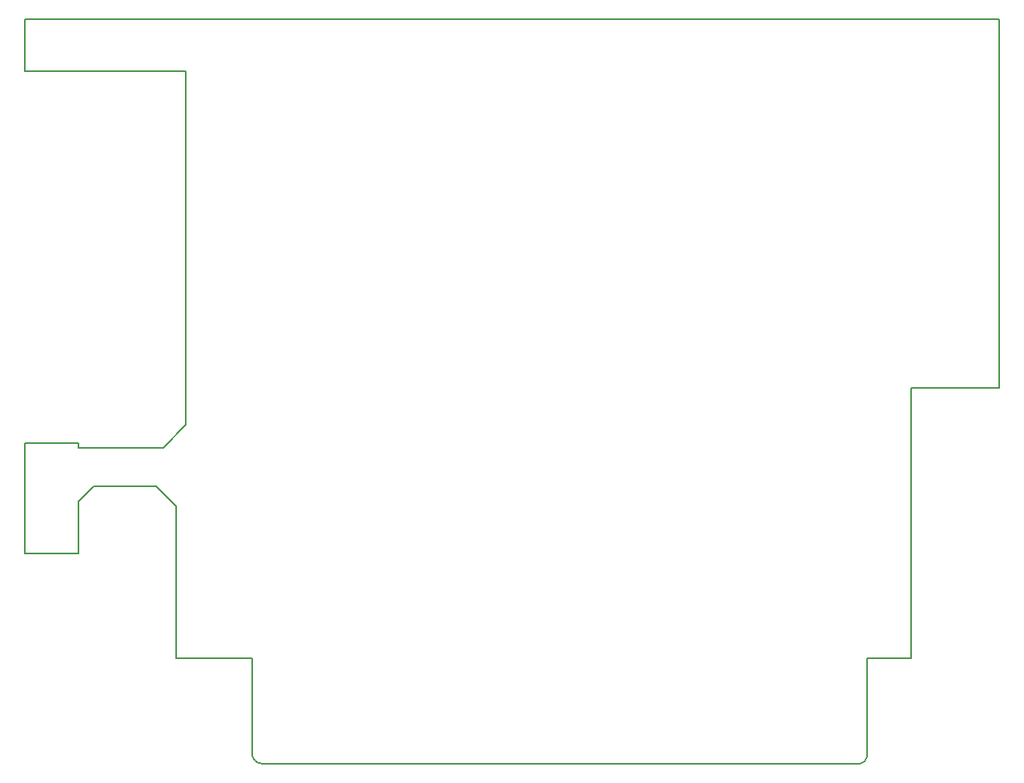
<source format=gbr>
G04 #@! TF.FileFunction,Profile,NP*
%FSLAX46Y46*%
G04 Gerber Fmt 4.6, Leading zero omitted, Abs format (unit mm)*
G04 Created by KiCad (PCBNEW 4.0.4-stable) date 01/08/17 23:41:58*
%MOMM*%
%LPD*%
G01*
G04 APERTURE LIST*
%ADD10C,0.100000*%
%ADD11C,0.150000*%
G04 APERTURE END LIST*
D10*
D11*
X179070000Y-113792000D02*
G75*
G03X179832000Y-113030000I0J762000D01*
G01*
X114808000Y-112699800D02*
G75*
G03X115849400Y-113792000I1066800J-25400D01*
G01*
X107823000Y-77952600D02*
X105435400Y-80365600D01*
X106781600Y-86563200D02*
X106781600Y-86588600D01*
X104648000Y-84429600D02*
X106781000Y-86563200D01*
X96443800Y-86080600D02*
X98069400Y-84429600D01*
X106781000Y-86563200D02*
X106781000Y-102616000D01*
X98069400Y-84429600D02*
X104648000Y-84429600D01*
X96443800Y-91567000D02*
X96443800Y-86080600D01*
X184505600Y-73990200D02*
X193802000Y-73990200D01*
X184505600Y-102616000D02*
X184505600Y-73990200D01*
X90805000Y-40513000D02*
X90805000Y-35000000D01*
X107823000Y-40513000D02*
X90805000Y-40513000D01*
X90805000Y-91567000D02*
X96443800Y-91567000D01*
X90805000Y-79883000D02*
X90805000Y-91567000D01*
X96443800Y-80365600D02*
X105435400Y-80365600D01*
X96443800Y-79883000D02*
X96443800Y-80365600D01*
X90805000Y-79883000D02*
X96443800Y-79883000D01*
X107823000Y-40513000D02*
X107823000Y-77952600D01*
X193802000Y-35000000D02*
X90805000Y-35000000D01*
X193802000Y-73990200D02*
X193802000Y-35000000D01*
X179832000Y-102616000D02*
X184505600Y-102616000D01*
X179832000Y-113030000D02*
X179832000Y-102616000D01*
X116078000Y-113792000D02*
X179070000Y-113792000D01*
X115849400Y-113792000D02*
X116078000Y-113792000D01*
X114808000Y-102616000D02*
X114808000Y-112699000D01*
X106781000Y-102616000D02*
X114808000Y-102616000D01*
M02*

</source>
